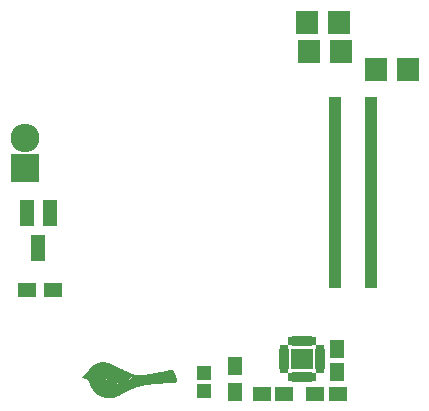
<source format=gts>
G04 #@! TF.FileFunction,Soldermask,Top*
%FSLAX46Y46*%
G04 Gerber Fmt 4.6, Leading zero omitted, Abs format (unit mm)*
G04 Created by KiCad (PCBNEW (2015-11-03 BZR 6296)-product) date Monday, December 21, 2015 'AMt' 10:05:28 AM*
%MOMM*%
G01*
G04 APERTURE LIST*
%ADD10C,0.100000*%
%ADD11C,0.010000*%
%ADD12R,1.100000X0.600000*%
%ADD13R,1.901140X0.798780*%
%ADD14R,1.600000X1.150000*%
%ADD15R,1.150000X1.600000*%
%ADD16R,1.197560X1.197560*%
%ADD17R,2.432000X2.432000*%
%ADD18O,2.432000X2.432000*%
%ADD19R,1.200100X2.200860*%
%ADD20R,1.600000X1.300000*%
%ADD21R,1.300000X1.600000*%
%ADD22R,0.750000X0.400000*%
%ADD23R,0.950000X0.600000*%
%ADD24R,0.400000X0.750000*%
%ADD25R,0.600000X0.950000*%
%ADD26R,1.900000X1.740000*%
G04 APERTURE END LIST*
D10*
D11*
G36*
X138551031Y-122383103D02*
X138588866Y-122384878D01*
X138624763Y-122387950D01*
X138660412Y-122392451D01*
X138697499Y-122398512D01*
X138722537Y-122403226D01*
X138759505Y-122410873D01*
X138794770Y-122419056D01*
X138829378Y-122428108D01*
X138864376Y-122438364D01*
X138900809Y-122450156D01*
X138939722Y-122463818D01*
X138982161Y-122479684D01*
X139029173Y-122498088D01*
X139064737Y-122512406D01*
X139111958Y-122531805D01*
X139159898Y-122551943D01*
X139208959Y-122573011D01*
X139259547Y-122595199D01*
X139312066Y-122618695D01*
X139366921Y-122643689D01*
X139424514Y-122670372D01*
X139485251Y-122698932D01*
X139549536Y-122729559D01*
X139617773Y-122762442D01*
X139690365Y-122797772D01*
X139767719Y-122835737D01*
X139850236Y-122876528D01*
X139938323Y-122920333D01*
X139996085Y-122949177D01*
X140077799Y-122989964D01*
X140153732Y-123027698D01*
X140224358Y-123062596D01*
X140290149Y-123094875D01*
X140351577Y-123124752D01*
X140409115Y-123152444D01*
X140463235Y-123178167D01*
X140514409Y-123202138D01*
X140563111Y-123224575D01*
X140609811Y-123245695D01*
X140654982Y-123265714D01*
X140699097Y-123284848D01*
X140742629Y-123303316D01*
X140786049Y-123321334D01*
X140829829Y-123339119D01*
X140874443Y-123356888D01*
X140920363Y-123374857D01*
X140937542Y-123381509D01*
X140961524Y-123390793D01*
X140983788Y-123399455D01*
X141003348Y-123407109D01*
X141019219Y-123413366D01*
X141030414Y-123417840D01*
X141035784Y-123420070D01*
X141045832Y-123424573D01*
X141030698Y-123443849D01*
X141018889Y-123457902D01*
X141002920Y-123475482D01*
X140983921Y-123495449D01*
X140963023Y-123516663D01*
X140941357Y-123537986D01*
X140920055Y-123558277D01*
X140900246Y-123576397D01*
X140891681Y-123583920D01*
X140816102Y-123645039D01*
X140734352Y-123703238D01*
X140646747Y-123758375D01*
X140553601Y-123810306D01*
X140455231Y-123858886D01*
X140351952Y-123903973D01*
X140244079Y-123945422D01*
X140131928Y-123983091D01*
X140015814Y-124016835D01*
X139896054Y-124046510D01*
X139856278Y-124055281D01*
X139797253Y-124067567D01*
X139743414Y-124078013D01*
X139693205Y-124086877D01*
X139645074Y-124094413D01*
X139597469Y-124100877D01*
X139548835Y-124106526D01*
X139538778Y-124107588D01*
X139518732Y-124109185D01*
X139493512Y-124110438D01*
X139464439Y-124111348D01*
X139432833Y-124111913D01*
X139400014Y-124112134D01*
X139367303Y-124112011D01*
X139336020Y-124111543D01*
X139307485Y-124110730D01*
X139283019Y-124109572D01*
X139263941Y-124108069D01*
X139260083Y-124107629D01*
X139189587Y-124096359D01*
X139124668Y-124080777D01*
X139065314Y-124060875D01*
X139011511Y-124036642D01*
X138963246Y-124008071D01*
X138920506Y-123975152D01*
X138883275Y-123937875D01*
X138851542Y-123896233D01*
X138825292Y-123850216D01*
X138805814Y-123803556D01*
X138796564Y-123775336D01*
X138789950Y-123749790D01*
X138785611Y-123724670D01*
X138783189Y-123697726D01*
X138782323Y-123666710D01*
X138782311Y-123656690D01*
X138782506Y-123599783D01*
X138759541Y-123597430D01*
X138736577Y-123595078D01*
X138686819Y-123629010D01*
X138687261Y-123678359D01*
X138691246Y-123736590D01*
X138702027Y-123793341D01*
X138719427Y-123848195D01*
X138743267Y-123900732D01*
X138773369Y-123950536D01*
X138809554Y-123997188D01*
X138834774Y-124024155D01*
X138875410Y-124061000D01*
X138919140Y-124093371D01*
X138966472Y-124121491D01*
X139017911Y-124145584D01*
X139073966Y-124165873D01*
X139135143Y-124182584D01*
X139201948Y-124195938D01*
X139235389Y-124201113D01*
X139256455Y-124203389D01*
X139283303Y-124205185D01*
X139314675Y-124206500D01*
X139349315Y-124207334D01*
X139385966Y-124207688D01*
X139423369Y-124207562D01*
X139460269Y-124206956D01*
X139495407Y-124205870D01*
X139527526Y-124204303D01*
X139555370Y-124202257D01*
X139567000Y-124201088D01*
X139681247Y-124185915D01*
X139796379Y-124166055D01*
X139911524Y-124141770D01*
X140025809Y-124113321D01*
X140138359Y-124080969D01*
X140248303Y-124044975D01*
X140354766Y-124005600D01*
X140456876Y-123963106D01*
X140553760Y-123917754D01*
X140608608Y-123889498D01*
X140691718Y-123842751D01*
X140770658Y-123793631D01*
X140844981Y-123742487D01*
X140914241Y-123689668D01*
X140977993Y-123635522D01*
X141035791Y-123580397D01*
X141087188Y-123524643D01*
X141108880Y-123498480D01*
X141123589Y-123480572D01*
X141134647Y-123468259D01*
X141142321Y-123461267D01*
X141146878Y-123459322D01*
X141147106Y-123459373D01*
X141161682Y-123463012D01*
X141182129Y-123467139D01*
X141207296Y-123471588D01*
X141236029Y-123476193D01*
X141267174Y-123480787D01*
X141299579Y-123485204D01*
X141332091Y-123489276D01*
X141363556Y-123492837D01*
X141392821Y-123495720D01*
X141406736Y-123496893D01*
X141436996Y-123498630D01*
X141470509Y-123499311D01*
X141507721Y-123498909D01*
X141549075Y-123497398D01*
X141595017Y-123494750D01*
X141645991Y-123490938D01*
X141702441Y-123485937D01*
X141764812Y-123479719D01*
X141833548Y-123472256D01*
X141854764Y-123469853D01*
X141952696Y-123458039D01*
X142057110Y-123444253D01*
X142167726Y-123428544D01*
X142284267Y-123410962D01*
X142406454Y-123391559D01*
X142534011Y-123370386D01*
X142666657Y-123347492D01*
X142804117Y-123322928D01*
X142946110Y-123296746D01*
X143092360Y-123268995D01*
X143242588Y-123239727D01*
X143396517Y-123208991D01*
X143553867Y-123176840D01*
X143714361Y-123143322D01*
X143877721Y-123108489D01*
X144043669Y-123072392D01*
X144071972Y-123066166D01*
X144103505Y-123059268D01*
X144133573Y-123052787D01*
X144161326Y-123046899D01*
X144185913Y-123041780D01*
X144206484Y-123037607D01*
X144222186Y-123034556D01*
X144232170Y-123032804D01*
X144234250Y-123032520D01*
X144261629Y-123032603D01*
X144290597Y-123038198D01*
X144319337Y-123048640D01*
X144346032Y-123063263D01*
X144368863Y-123081400D01*
X144369577Y-123082097D01*
X144380334Y-123094458D01*
X144393559Y-123112584D01*
X144408873Y-123135782D01*
X144425898Y-123163362D01*
X144444253Y-123194633D01*
X144463562Y-123228902D01*
X144483444Y-123265479D01*
X144503521Y-123303671D01*
X144523415Y-123342789D01*
X144542747Y-123382139D01*
X144561137Y-123421031D01*
X144578208Y-123458774D01*
X144586938Y-123478888D01*
X144614418Y-123547828D01*
X144636295Y-123612753D01*
X144652564Y-123673631D01*
X144663220Y-123730428D01*
X144668258Y-123783112D01*
X144667674Y-123831650D01*
X144661462Y-123876008D01*
X144650303Y-123914355D01*
X144640721Y-123934617D01*
X144627158Y-123956530D01*
X144611359Y-123977628D01*
X144595072Y-123995441D01*
X144589089Y-124000860D01*
X144573700Y-124012771D01*
X144557081Y-124023287D01*
X144538689Y-124032518D01*
X144517978Y-124040574D01*
X144494406Y-124047565D01*
X144467427Y-124053602D01*
X144436498Y-124058794D01*
X144401074Y-124063252D01*
X144360612Y-124067086D01*
X144314567Y-124070405D01*
X144262396Y-124073321D01*
X144221903Y-124075182D01*
X144202132Y-124075961D01*
X144176304Y-124076876D01*
X144145416Y-124077897D01*
X144110464Y-124078994D01*
X144072446Y-124080137D01*
X144032357Y-124081294D01*
X143991195Y-124082437D01*
X143949956Y-124083534D01*
X143929097Y-124084070D01*
X143823132Y-124086865D01*
X143723623Y-124089728D01*
X143629971Y-124092688D01*
X143541576Y-124095774D01*
X143457840Y-124099016D01*
X143378162Y-124102444D01*
X143301944Y-124106086D01*
X143228587Y-124109972D01*
X143157491Y-124114132D01*
X143088056Y-124118595D01*
X143019683Y-124123390D01*
X142951774Y-124128548D01*
X142883729Y-124134096D01*
X142847833Y-124137168D01*
X142695425Y-124151484D01*
X142548916Y-124167501D01*
X142407314Y-124185426D01*
X142269629Y-124205462D01*
X142134869Y-124227813D01*
X142002042Y-124252686D01*
X141870156Y-124280283D01*
X141738221Y-124310811D01*
X141605244Y-124344473D01*
X141470234Y-124381474D01*
X141332199Y-124422018D01*
X141190149Y-124466311D01*
X141082181Y-124501516D01*
X141025529Y-124520415D01*
X140973101Y-124538181D01*
X140924324Y-124555079D01*
X140878627Y-124571377D01*
X140835437Y-124587340D01*
X140794184Y-124603235D01*
X140754295Y-124619327D01*
X140715199Y-124635884D01*
X140676325Y-124653170D01*
X140637099Y-124671452D01*
X140596952Y-124690997D01*
X140555310Y-124712071D01*
X140511602Y-124734939D01*
X140465257Y-124759869D01*
X140415703Y-124787125D01*
X140362368Y-124816975D01*
X140304680Y-124849684D01*
X140242068Y-124885519D01*
X140177306Y-124922815D01*
X140127113Y-124951743D01*
X140082343Y-124977450D01*
X140042339Y-125000298D01*
X140006445Y-125020648D01*
X139974006Y-125038863D01*
X139944365Y-125055303D01*
X139916866Y-125070330D01*
X139890853Y-125084307D01*
X139865670Y-125097594D01*
X139840662Y-125110554D01*
X139815172Y-125123549D01*
X139792778Y-125134820D01*
X139727461Y-125166741D01*
X139666674Y-125194702D01*
X139609369Y-125219064D01*
X139554501Y-125240188D01*
X139501022Y-125258436D01*
X139447885Y-125274169D01*
X139394043Y-125287748D01*
X139338449Y-125299537D01*
X139290975Y-125308094D01*
X139231699Y-125317475D01*
X139177114Y-125324849D01*
X139125196Y-125330377D01*
X139073926Y-125334223D01*
X139021279Y-125336550D01*
X138965234Y-125337522D01*
X138926708Y-125337509D01*
X138900120Y-125337309D01*
X138875076Y-125337051D01*
X138852670Y-125336751D01*
X138833997Y-125336426D01*
X138820149Y-125336092D01*
X138812223Y-125335767D01*
X138812056Y-125335755D01*
X138721009Y-125326740D01*
X138631200Y-125313096D01*
X138543485Y-125295042D01*
X138458718Y-125272798D01*
X138377756Y-125246583D01*
X138301455Y-125216619D01*
X138243791Y-125189817D01*
X138157957Y-125142919D01*
X138074330Y-125089377D01*
X137992988Y-125029273D01*
X137914006Y-124962690D01*
X137837461Y-124889708D01*
X137763429Y-124810411D01*
X137691985Y-124724879D01*
X137623207Y-124633196D01*
X137557171Y-124535442D01*
X137493952Y-124431701D01*
X137433627Y-124322053D01*
X137429300Y-124313746D01*
X137392293Y-124238734D01*
X137357779Y-124160989D01*
X137325400Y-124079580D01*
X137294798Y-123993574D01*
X137265612Y-123902039D01*
X137249110Y-123845758D01*
X137241543Y-123819169D01*
X136995806Y-123720044D01*
X136956329Y-123704069D01*
X136918813Y-123688791D01*
X136883766Y-123674422D01*
X136851694Y-123661173D01*
X136823102Y-123649257D01*
X136798498Y-123638887D01*
X136778388Y-123630274D01*
X136763278Y-123623630D01*
X136753674Y-123619168D01*
X136750083Y-123617101D01*
X136750069Y-123617055D01*
X136752644Y-123614178D01*
X136760115Y-123606965D01*
X136772098Y-123595762D01*
X136788213Y-123580917D01*
X136808078Y-123562776D01*
X136831310Y-123541686D01*
X136857529Y-123517994D01*
X136886351Y-123492048D01*
X136917395Y-123464193D01*
X136950280Y-123434778D01*
X136975847Y-123411966D01*
X137201625Y-123210741D01*
X137216003Y-123171022D01*
X137244338Y-123100948D01*
X137277586Y-123034045D01*
X137316152Y-122969707D01*
X137360445Y-122907324D01*
X137410870Y-122846287D01*
X137467835Y-122785990D01*
X137484224Y-122769917D01*
X137551538Y-122709739D01*
X137624130Y-122654059D01*
X137701734Y-122603010D01*
X137784086Y-122556722D01*
X137870921Y-122515330D01*
X137961974Y-122478964D01*
X138056979Y-122447758D01*
X138155671Y-122421842D01*
X138201750Y-122411834D01*
X138246147Y-122403197D01*
X138285869Y-122396427D01*
X138322979Y-122391295D01*
X138359540Y-122387572D01*
X138397614Y-122385029D01*
X138439265Y-122383439D01*
X138462806Y-122382916D01*
X138509574Y-122382493D01*
X138551031Y-122383103D01*
X138551031Y-122383103D01*
G37*
X138551031Y-122383103D02*
X138588866Y-122384878D01*
X138624763Y-122387950D01*
X138660412Y-122392451D01*
X138697499Y-122398512D01*
X138722537Y-122403226D01*
X138759505Y-122410873D01*
X138794770Y-122419056D01*
X138829378Y-122428108D01*
X138864376Y-122438364D01*
X138900809Y-122450156D01*
X138939722Y-122463818D01*
X138982161Y-122479684D01*
X139029173Y-122498088D01*
X139064737Y-122512406D01*
X139111958Y-122531805D01*
X139159898Y-122551943D01*
X139208959Y-122573011D01*
X139259547Y-122595199D01*
X139312066Y-122618695D01*
X139366921Y-122643689D01*
X139424514Y-122670372D01*
X139485251Y-122698932D01*
X139549536Y-122729559D01*
X139617773Y-122762442D01*
X139690365Y-122797772D01*
X139767719Y-122835737D01*
X139850236Y-122876528D01*
X139938323Y-122920333D01*
X139996085Y-122949177D01*
X140077799Y-122989964D01*
X140153732Y-123027698D01*
X140224358Y-123062596D01*
X140290149Y-123094875D01*
X140351577Y-123124752D01*
X140409115Y-123152444D01*
X140463235Y-123178167D01*
X140514409Y-123202138D01*
X140563111Y-123224575D01*
X140609811Y-123245695D01*
X140654982Y-123265714D01*
X140699097Y-123284848D01*
X140742629Y-123303316D01*
X140786049Y-123321334D01*
X140829829Y-123339119D01*
X140874443Y-123356888D01*
X140920363Y-123374857D01*
X140937542Y-123381509D01*
X140961524Y-123390793D01*
X140983788Y-123399455D01*
X141003348Y-123407109D01*
X141019219Y-123413366D01*
X141030414Y-123417840D01*
X141035784Y-123420070D01*
X141045832Y-123424573D01*
X141030698Y-123443849D01*
X141018889Y-123457902D01*
X141002920Y-123475482D01*
X140983921Y-123495449D01*
X140963023Y-123516663D01*
X140941357Y-123537986D01*
X140920055Y-123558277D01*
X140900246Y-123576397D01*
X140891681Y-123583920D01*
X140816102Y-123645039D01*
X140734352Y-123703238D01*
X140646747Y-123758375D01*
X140553601Y-123810306D01*
X140455231Y-123858886D01*
X140351952Y-123903973D01*
X140244079Y-123945422D01*
X140131928Y-123983091D01*
X140015814Y-124016835D01*
X139896054Y-124046510D01*
X139856278Y-124055281D01*
X139797253Y-124067567D01*
X139743414Y-124078013D01*
X139693205Y-124086877D01*
X139645074Y-124094413D01*
X139597469Y-124100877D01*
X139548835Y-124106526D01*
X139538778Y-124107588D01*
X139518732Y-124109185D01*
X139493512Y-124110438D01*
X139464439Y-124111348D01*
X139432833Y-124111913D01*
X139400014Y-124112134D01*
X139367303Y-124112011D01*
X139336020Y-124111543D01*
X139307485Y-124110730D01*
X139283019Y-124109572D01*
X139263941Y-124108069D01*
X139260083Y-124107629D01*
X139189587Y-124096359D01*
X139124668Y-124080777D01*
X139065314Y-124060875D01*
X139011511Y-124036642D01*
X138963246Y-124008071D01*
X138920506Y-123975152D01*
X138883275Y-123937875D01*
X138851542Y-123896233D01*
X138825292Y-123850216D01*
X138805814Y-123803556D01*
X138796564Y-123775336D01*
X138789950Y-123749790D01*
X138785611Y-123724670D01*
X138783189Y-123697726D01*
X138782323Y-123666710D01*
X138782311Y-123656690D01*
X138782506Y-123599783D01*
X138759541Y-123597430D01*
X138736577Y-123595078D01*
X138686819Y-123629010D01*
X138687261Y-123678359D01*
X138691246Y-123736590D01*
X138702027Y-123793341D01*
X138719427Y-123848195D01*
X138743267Y-123900732D01*
X138773369Y-123950536D01*
X138809554Y-123997188D01*
X138834774Y-124024155D01*
X138875410Y-124061000D01*
X138919140Y-124093371D01*
X138966472Y-124121491D01*
X139017911Y-124145584D01*
X139073966Y-124165873D01*
X139135143Y-124182584D01*
X139201948Y-124195938D01*
X139235389Y-124201113D01*
X139256455Y-124203389D01*
X139283303Y-124205185D01*
X139314675Y-124206500D01*
X139349315Y-124207334D01*
X139385966Y-124207688D01*
X139423369Y-124207562D01*
X139460269Y-124206956D01*
X139495407Y-124205870D01*
X139527526Y-124204303D01*
X139555370Y-124202257D01*
X139567000Y-124201088D01*
X139681247Y-124185915D01*
X139796379Y-124166055D01*
X139911524Y-124141770D01*
X140025809Y-124113321D01*
X140138359Y-124080969D01*
X140248303Y-124044975D01*
X140354766Y-124005600D01*
X140456876Y-123963106D01*
X140553760Y-123917754D01*
X140608608Y-123889498D01*
X140691718Y-123842751D01*
X140770658Y-123793631D01*
X140844981Y-123742487D01*
X140914241Y-123689668D01*
X140977993Y-123635522D01*
X141035791Y-123580397D01*
X141087188Y-123524643D01*
X141108880Y-123498480D01*
X141123589Y-123480572D01*
X141134647Y-123468259D01*
X141142321Y-123461267D01*
X141146878Y-123459322D01*
X141147106Y-123459373D01*
X141161682Y-123463012D01*
X141182129Y-123467139D01*
X141207296Y-123471588D01*
X141236029Y-123476193D01*
X141267174Y-123480787D01*
X141299579Y-123485204D01*
X141332091Y-123489276D01*
X141363556Y-123492837D01*
X141392821Y-123495720D01*
X141406736Y-123496893D01*
X141436996Y-123498630D01*
X141470509Y-123499311D01*
X141507721Y-123498909D01*
X141549075Y-123497398D01*
X141595017Y-123494750D01*
X141645991Y-123490938D01*
X141702441Y-123485937D01*
X141764812Y-123479719D01*
X141833548Y-123472256D01*
X141854764Y-123469853D01*
X141952696Y-123458039D01*
X142057110Y-123444253D01*
X142167726Y-123428544D01*
X142284267Y-123410962D01*
X142406454Y-123391559D01*
X142534011Y-123370386D01*
X142666657Y-123347492D01*
X142804117Y-123322928D01*
X142946110Y-123296746D01*
X143092360Y-123268995D01*
X143242588Y-123239727D01*
X143396517Y-123208991D01*
X143553867Y-123176840D01*
X143714361Y-123143322D01*
X143877721Y-123108489D01*
X144043669Y-123072392D01*
X144071972Y-123066166D01*
X144103505Y-123059268D01*
X144133573Y-123052787D01*
X144161326Y-123046899D01*
X144185913Y-123041780D01*
X144206484Y-123037607D01*
X144222186Y-123034556D01*
X144232170Y-123032804D01*
X144234250Y-123032520D01*
X144261629Y-123032603D01*
X144290597Y-123038198D01*
X144319337Y-123048640D01*
X144346032Y-123063263D01*
X144368863Y-123081400D01*
X144369577Y-123082097D01*
X144380334Y-123094458D01*
X144393559Y-123112584D01*
X144408873Y-123135782D01*
X144425898Y-123163362D01*
X144444253Y-123194633D01*
X144463562Y-123228902D01*
X144483444Y-123265479D01*
X144503521Y-123303671D01*
X144523415Y-123342789D01*
X144542747Y-123382139D01*
X144561137Y-123421031D01*
X144578208Y-123458774D01*
X144586938Y-123478888D01*
X144614418Y-123547828D01*
X144636295Y-123612753D01*
X144652564Y-123673631D01*
X144663220Y-123730428D01*
X144668258Y-123783112D01*
X144667674Y-123831650D01*
X144661462Y-123876008D01*
X144650303Y-123914355D01*
X144640721Y-123934617D01*
X144627158Y-123956530D01*
X144611359Y-123977628D01*
X144595072Y-123995441D01*
X144589089Y-124000860D01*
X144573700Y-124012771D01*
X144557081Y-124023287D01*
X144538689Y-124032518D01*
X144517978Y-124040574D01*
X144494406Y-124047565D01*
X144467427Y-124053602D01*
X144436498Y-124058794D01*
X144401074Y-124063252D01*
X144360612Y-124067086D01*
X144314567Y-124070405D01*
X144262396Y-124073321D01*
X144221903Y-124075182D01*
X144202132Y-124075961D01*
X144176304Y-124076876D01*
X144145416Y-124077897D01*
X144110464Y-124078994D01*
X144072446Y-124080137D01*
X144032357Y-124081294D01*
X143991195Y-124082437D01*
X143949956Y-124083534D01*
X143929097Y-124084070D01*
X143823132Y-124086865D01*
X143723623Y-124089728D01*
X143629971Y-124092688D01*
X143541576Y-124095774D01*
X143457840Y-124099016D01*
X143378162Y-124102444D01*
X143301944Y-124106086D01*
X143228587Y-124109972D01*
X143157491Y-124114132D01*
X143088056Y-124118595D01*
X143019683Y-124123390D01*
X142951774Y-124128548D01*
X142883729Y-124134096D01*
X142847833Y-124137168D01*
X142695425Y-124151484D01*
X142548916Y-124167501D01*
X142407314Y-124185426D01*
X142269629Y-124205462D01*
X142134869Y-124227813D01*
X142002042Y-124252686D01*
X141870156Y-124280283D01*
X141738221Y-124310811D01*
X141605244Y-124344473D01*
X141470234Y-124381474D01*
X141332199Y-124422018D01*
X141190149Y-124466311D01*
X141082181Y-124501516D01*
X141025529Y-124520415D01*
X140973101Y-124538181D01*
X140924324Y-124555079D01*
X140878627Y-124571377D01*
X140835437Y-124587340D01*
X140794184Y-124603235D01*
X140754295Y-124619327D01*
X140715199Y-124635884D01*
X140676325Y-124653170D01*
X140637099Y-124671452D01*
X140596952Y-124690997D01*
X140555310Y-124712071D01*
X140511602Y-124734939D01*
X140465257Y-124759869D01*
X140415703Y-124787125D01*
X140362368Y-124816975D01*
X140304680Y-124849684D01*
X140242068Y-124885519D01*
X140177306Y-124922815D01*
X140127113Y-124951743D01*
X140082343Y-124977450D01*
X140042339Y-125000298D01*
X140006445Y-125020648D01*
X139974006Y-125038863D01*
X139944365Y-125055303D01*
X139916866Y-125070330D01*
X139890853Y-125084307D01*
X139865670Y-125097594D01*
X139840662Y-125110554D01*
X139815172Y-125123549D01*
X139792778Y-125134820D01*
X139727461Y-125166741D01*
X139666674Y-125194702D01*
X139609369Y-125219064D01*
X139554501Y-125240188D01*
X139501022Y-125258436D01*
X139447885Y-125274169D01*
X139394043Y-125287748D01*
X139338449Y-125299537D01*
X139290975Y-125308094D01*
X139231699Y-125317475D01*
X139177114Y-125324849D01*
X139125196Y-125330377D01*
X139073926Y-125334223D01*
X139021279Y-125336550D01*
X138965234Y-125337522D01*
X138926708Y-125337509D01*
X138900120Y-125337309D01*
X138875076Y-125337051D01*
X138852670Y-125336751D01*
X138833997Y-125336426D01*
X138820149Y-125336092D01*
X138812223Y-125335767D01*
X138812056Y-125335755D01*
X138721009Y-125326740D01*
X138631200Y-125313096D01*
X138543485Y-125295042D01*
X138458718Y-125272798D01*
X138377756Y-125246583D01*
X138301455Y-125216619D01*
X138243791Y-125189817D01*
X138157957Y-125142919D01*
X138074330Y-125089377D01*
X137992988Y-125029273D01*
X137914006Y-124962690D01*
X137837461Y-124889708D01*
X137763429Y-124810411D01*
X137691985Y-124724879D01*
X137623207Y-124633196D01*
X137557171Y-124535442D01*
X137493952Y-124431701D01*
X137433627Y-124322053D01*
X137429300Y-124313746D01*
X137392293Y-124238734D01*
X137357779Y-124160989D01*
X137325400Y-124079580D01*
X137294798Y-123993574D01*
X137265612Y-123902039D01*
X137249110Y-123845758D01*
X137241543Y-123819169D01*
X136995806Y-123720044D01*
X136956329Y-123704069D01*
X136918813Y-123688791D01*
X136883766Y-123674422D01*
X136851694Y-123661173D01*
X136823102Y-123649257D01*
X136798498Y-123638887D01*
X136778388Y-123630274D01*
X136763278Y-123623630D01*
X136753674Y-123619168D01*
X136750083Y-123617101D01*
X136750069Y-123617055D01*
X136752644Y-123614178D01*
X136760115Y-123606965D01*
X136772098Y-123595762D01*
X136788213Y-123580917D01*
X136808078Y-123562776D01*
X136831310Y-123541686D01*
X136857529Y-123517994D01*
X136886351Y-123492048D01*
X136917395Y-123464193D01*
X136950280Y-123434778D01*
X136975847Y-123411966D01*
X137201625Y-123210741D01*
X137216003Y-123171022D01*
X137244338Y-123100948D01*
X137277586Y-123034045D01*
X137316152Y-122969707D01*
X137360445Y-122907324D01*
X137410870Y-122846287D01*
X137467835Y-122785990D01*
X137484224Y-122769917D01*
X137551538Y-122709739D01*
X137624130Y-122654059D01*
X137701734Y-122603010D01*
X137784086Y-122556722D01*
X137870921Y-122515330D01*
X137961974Y-122478964D01*
X138056979Y-122447758D01*
X138155671Y-122421842D01*
X138201750Y-122411834D01*
X138246147Y-122403197D01*
X138285869Y-122396427D01*
X138322979Y-122391295D01*
X138359540Y-122387572D01*
X138397614Y-122385029D01*
X138439265Y-122383439D01*
X138462806Y-122382916D01*
X138509574Y-122382493D01*
X138551031Y-122383103D01*
D12*
X161190000Y-100200000D03*
X161190000Y-100600000D03*
X161190000Y-101000000D03*
X161190000Y-101400000D03*
X161190000Y-101800000D03*
X161190000Y-102200000D03*
X161190000Y-102600000D03*
X161190000Y-103000000D03*
X161190000Y-103400000D03*
X161190000Y-103800000D03*
X161190000Y-107800000D03*
X161190000Y-107400000D03*
X161190000Y-107000000D03*
X161190000Y-106600000D03*
X161190000Y-106200000D03*
X161190000Y-105800000D03*
X161190000Y-105400000D03*
X161190000Y-105000000D03*
X161190000Y-104600000D03*
X161190000Y-104200000D03*
X161190000Y-108200000D03*
X161190000Y-108600000D03*
X161190000Y-109000000D03*
X161190000Y-109400000D03*
X161190000Y-109800000D03*
X161190000Y-110200000D03*
X161190000Y-110600000D03*
X161190000Y-111000000D03*
X161190000Y-111400000D03*
X161190000Y-111800000D03*
X161190000Y-115800000D03*
X161190000Y-115400000D03*
X161190000Y-115000000D03*
X161190000Y-114600000D03*
X161190000Y-114200000D03*
X161190000Y-113800000D03*
X161190000Y-113400000D03*
X161190000Y-113000000D03*
X161190000Y-112600000D03*
X161190000Y-112200000D03*
X158110000Y-112200000D03*
X158110000Y-112600000D03*
X158110000Y-113000000D03*
X158110000Y-113400000D03*
X158110000Y-113800000D03*
X158110000Y-114200000D03*
X158110000Y-114600000D03*
X158110000Y-115000000D03*
X158110000Y-115400000D03*
X158110000Y-115800000D03*
X158110000Y-111800000D03*
X158110000Y-111400000D03*
X158110000Y-111000000D03*
X158110000Y-110600000D03*
X158110000Y-110200000D03*
X158110000Y-109800000D03*
X158110000Y-109400000D03*
X158110000Y-109000000D03*
X158110000Y-108600000D03*
X158110000Y-108200000D03*
X158110000Y-104200000D03*
X158110000Y-104600000D03*
X158110000Y-105000000D03*
X158110000Y-105400000D03*
X158110000Y-105800000D03*
X158110000Y-106200000D03*
X158110000Y-106600000D03*
X158110000Y-107000000D03*
X158110000Y-107400000D03*
X158110000Y-107800000D03*
X158110000Y-103800000D03*
X158110000Y-103400000D03*
X158110000Y-103000000D03*
X158110000Y-102600000D03*
X158110000Y-102200000D03*
X158110000Y-101800000D03*
X158110000Y-101400000D03*
X158110000Y-101000000D03*
X158110000Y-100600000D03*
X158110000Y-100200000D03*
D13*
X158461920Y-94250000D03*
X158461920Y-93599760D03*
X158461920Y-92949520D03*
X155800000Y-92949520D03*
X155800000Y-93599760D03*
X155800000Y-94250000D03*
X164300000Y-98250000D03*
X164300000Y-97599760D03*
X164300000Y-96949520D03*
X161638080Y-96949520D03*
X161638080Y-97599760D03*
X161638080Y-98250000D03*
X158611920Y-96700000D03*
X158611920Y-96049760D03*
X158611920Y-95399520D03*
X155950000Y-95399520D03*
X155950000Y-96049760D03*
X155950000Y-96700000D03*
D14*
X153850000Y-125050000D03*
X151950000Y-125050000D03*
X156460000Y-125050000D03*
X158360000Y-125050000D03*
D15*
X158300000Y-123180000D03*
X158300000Y-121280000D03*
D16*
X147070000Y-123300000D03*
X147070000Y-124798600D03*
D17*
X131860000Y-105960000D03*
D18*
X131860000Y-103420000D03*
D19*
X133980000Y-109737720D03*
X132080000Y-109737720D03*
X133030000Y-112740000D03*
D20*
X134250000Y-116280000D03*
X132050000Y-116280000D03*
D21*
X149660000Y-124880000D03*
X149660000Y-122680000D03*
D22*
X153830000Y-121090000D03*
D23*
X153830000Y-121490000D03*
X153830000Y-121890000D03*
X153830000Y-122290000D03*
X153830000Y-122690000D03*
D22*
X153830000Y-123090000D03*
D24*
X154330000Y-123590000D03*
D25*
X154730000Y-123590000D03*
X155130000Y-123590000D03*
X155530000Y-123590000D03*
X155930000Y-123590000D03*
D24*
X156330000Y-123590000D03*
D22*
X156830000Y-123090000D03*
D23*
X156830000Y-122690000D03*
X156830000Y-122290000D03*
X156830000Y-121890000D03*
X156830000Y-121490000D03*
D22*
X156830000Y-121090000D03*
D24*
X156330000Y-120590000D03*
D25*
X155930000Y-120590000D03*
X155530000Y-120590000D03*
X155130000Y-120590000D03*
X154730000Y-120590000D03*
D24*
X154330000Y-120590000D03*
D26*
X155330000Y-122090000D03*
M02*

</source>
